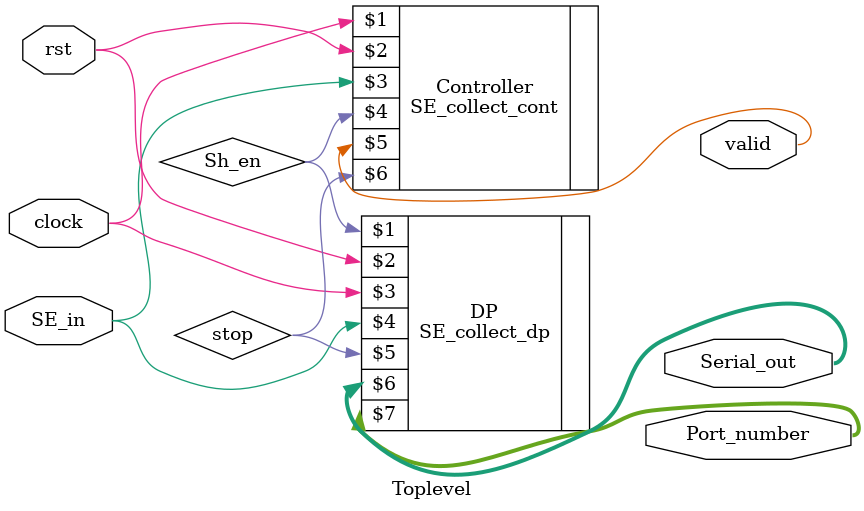
<source format=v>
module Toplevel (input clock, rst, SE_in,  output valid, output [3:0] Serial_out,  output [1:0]  Port_number );

 
  wire Sh_en;
  
  SE_collect_dp 	DP         (Sh_en, rst, clock, SE_in, stop, Serial_out, Port_number);
  SE_collect_cont   Controller (clock, rst, SE_in, Sh_en, valid, stop);

endmodule




</source>
